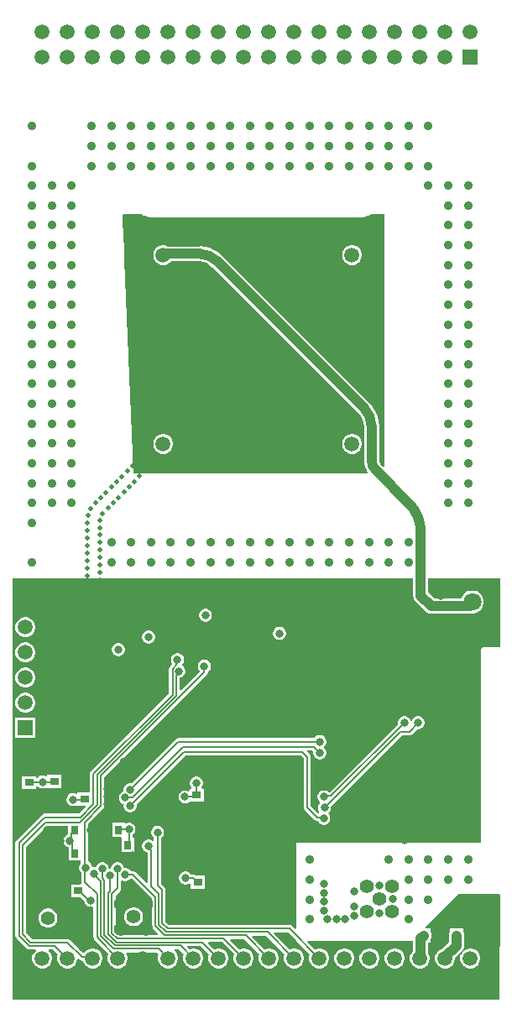
<source format=gbl>
G04*
G04 #@! TF.GenerationSoftware,Altium Limited,Altium Designer,22.4.2 (48)*
G04*
G04 Layer_Physical_Order=4*
G04 Layer_Color=16711680*
%FSLAX25Y25*%
%MOIN*%
G70*
G04*
G04 #@! TF.SameCoordinates,EE9FD93B-DFF2-4F26-82DF-D5074B5D0FFF*
G04*
G04*
G04 #@! TF.FilePolarity,Positive*
G04*
G01*
G75*
%ADD20R,0.03543X0.03150*%
%ADD22R,0.03150X0.03543*%
%ADD65C,0.01575*%
%ADD66C,0.00799*%
%ADD70C,0.05512*%
%ADD71C,0.07677*%
%ADD72C,0.05906*%
%ADD73R,0.05906X0.05906*%
%ADD74C,0.05878*%
%ADD75R,0.05906X0.05906*%
%ADD76C,0.03543*%
%ADD77C,0.01968*%
%ADD78C,0.03150*%
%ADD79C,0.07087*%
%ADD80C,0.03937*%
G36*
X149000Y51388D02*
X148538Y51196D01*
X148229Y51506D01*
X147885Y51849D01*
X147592Y52228D01*
X147400Y52478D01*
X147096Y53212D01*
X146993Y53994D01*
X146994Y54000D01*
Y67358D01*
X147009D01*
X146848Y69393D01*
X146372Y71378D01*
X145591Y73264D01*
X144524Y75004D01*
X143199Y76556D01*
X143188Y76546D01*
X84818Y134917D01*
X84828Y134927D01*
X83276Y136252D01*
X81535Y137319D01*
X79649Y138100D01*
X77665Y138577D01*
X75630Y138737D01*
Y138723D01*
X63112D01*
X62772Y138919D01*
X61771Y139187D01*
X60733D01*
X59732Y138919D01*
X58833Y138400D01*
X58100Y137667D01*
X57581Y136768D01*
X57313Y135767D01*
Y134729D01*
X57581Y133728D01*
X58100Y132829D01*
X58833Y132096D01*
X59732Y131578D01*
X60733Y131309D01*
X61771D01*
X62772Y131578D01*
X63671Y132096D01*
X64309Y132734D01*
X75630D01*
X75670Y132740D01*
X76998Y132609D01*
X78314Y132210D01*
X79527Y131561D01*
X80558Y130715D01*
X80583Y130682D01*
X138954Y72312D01*
X138987Y72287D01*
X139833Y71255D01*
X140481Y70043D01*
X140881Y68726D01*
X141011Y67399D01*
X141006Y67358D01*
Y54000D01*
X140988D01*
X141162Y52235D01*
X141677Y50538D01*
X142499Y49000D01*
X142423Y48726D01*
X142316Y48500D01*
X49500D01*
X45781Y133616D01*
Y138341D01*
X45767Y138416D01*
X45774Y138491D01*
X45658Y139671D01*
X45636Y139744D01*
Y139820D01*
X45475Y140628D01*
X45016Y151139D01*
X45362Y151500D01*
X52471D01*
X52499Y151481D01*
X53595Y151027D01*
X53670Y151012D01*
X53737Y150976D01*
X53952Y150911D01*
X54045Y150872D01*
X54209Y150833D01*
X54871Y150632D01*
X54947Y150625D01*
X55017Y150596D01*
X56071Y150386D01*
X56122Y150374D01*
X56140Y150372D01*
X56180Y150364D01*
X56242D01*
X56261Y150363D01*
X56329Y150342D01*
X57509Y150226D01*
X57585Y150233D01*
X57659Y150219D01*
X58092D01*
X58252Y150206D01*
Y150219D01*
X138252D01*
Y150206D01*
X138412Y150219D01*
X138845D01*
X138919Y150233D01*
X138995Y150226D01*
X140175Y150342D01*
X140243Y150363D01*
X140262Y150364D01*
X140324D01*
X140364Y150372D01*
X140382Y150374D01*
X140433Y150386D01*
X141487Y150596D01*
X141557Y150625D01*
X141632Y150632D01*
X142295Y150833D01*
X142459Y150872D01*
X142552Y150911D01*
X142767Y150976D01*
X142834Y151012D01*
X142909Y151027D01*
X144004Y151481D01*
X144033Y151500D01*
X149000D01*
Y51388D01*
D02*
G37*
G36*
X195073Y-20471D02*
X189000D01*
X188415Y-20587D01*
X187919Y-20919D01*
X187587Y-21415D01*
X187471Y-22000D01*
Y-52000D01*
Y-83000D01*
Y-98000D01*
X114500D01*
X114000Y-97500D01*
Y-132230D01*
X113538Y-132422D01*
X112365Y-131249D01*
X111902Y-130939D01*
X111356Y-130831D01*
X111356Y-130831D01*
X63591D01*
X62181Y-129421D01*
Y-116754D01*
X62181Y-116754D01*
X62072Y-116208D01*
X61763Y-115745D01*
X61763Y-115745D01*
X60427Y-114409D01*
Y-96149D01*
X60581Y-96060D01*
X61060Y-95581D01*
X61399Y-94994D01*
X61575Y-94339D01*
Y-93661D01*
X61399Y-93006D01*
X61060Y-92419D01*
X60581Y-91940D01*
X59994Y-91601D01*
X59339Y-91425D01*
X58661D01*
X58006Y-91601D01*
X57419Y-91940D01*
X56940Y-92419D01*
X56601Y-93006D01*
X56425Y-93661D01*
Y-94339D01*
X56601Y-94994D01*
X56940Y-95581D01*
X57419Y-96060D01*
X57573Y-96149D01*
Y-97224D01*
X57081Y-97440D01*
X56494Y-97101D01*
X55839Y-96925D01*
X55161D01*
X54506Y-97101D01*
X53919Y-97440D01*
X53440Y-97919D01*
X53101Y-98506D01*
X52925Y-99161D01*
Y-99839D01*
X53101Y-100494D01*
X53440Y-101081D01*
X53919Y-101560D01*
X54506Y-101899D01*
X55073Y-102051D01*
Y-113902D01*
X54611Y-114093D01*
X50261Y-109743D01*
X49798Y-109434D01*
X49252Y-109325D01*
X49252Y-109325D01*
X48397D01*
X48308Y-109171D01*
X47829Y-108692D01*
X47242Y-108353D01*
X46587Y-108177D01*
X45909D01*
X45588Y-107746D01*
X45498Y-107408D01*
X45159Y-106821D01*
X44679Y-106341D01*
X44092Y-106002D01*
X43437Y-105827D01*
X42759D01*
X42105Y-106002D01*
X41517Y-106341D01*
X41038Y-106821D01*
X40699Y-107408D01*
X40559Y-107929D01*
X40288Y-108374D01*
X39610D01*
X39575Y-108347D01*
Y-108161D01*
X39399Y-107506D01*
X39060Y-106919D01*
X38581Y-106440D01*
X37994Y-106101D01*
X37339Y-105925D01*
X36661D01*
X36006Y-106101D01*
X35419Y-106440D01*
X34940Y-106919D01*
X34601Y-107506D01*
X34492Y-107911D01*
X33989Y-107776D01*
X33311D01*
X33246Y-107793D01*
X33075Y-107661D01*
X32899Y-107006D01*
X32560Y-106419D01*
X32081Y-105940D01*
X31494Y-105601D01*
X31453Y-105590D01*
Y-90566D01*
X37509Y-84509D01*
X37509Y-84509D01*
X37818Y-84046D01*
X37927Y-83500D01*
X37927Y-83500D01*
Y-72091D01*
X78552Y-31466D01*
X78552Y-31466D01*
X78862Y-31003D01*
X78970Y-30457D01*
X78970Y-30457D01*
Y-30106D01*
X79124Y-30017D01*
X79604Y-29538D01*
X79943Y-28951D01*
X80118Y-28296D01*
Y-27618D01*
X79943Y-26963D01*
X79604Y-26376D01*
X79124Y-25896D01*
X78537Y-25557D01*
X77882Y-25382D01*
X77204D01*
X76550Y-25557D01*
X75962Y-25896D01*
X75483Y-26376D01*
X75144Y-26963D01*
X74968Y-27618D01*
Y-28296D01*
X75144Y-28951D01*
X75483Y-29538D01*
X75610Y-29665D01*
X75611Y-30371D01*
X68389Y-37593D01*
X67927Y-37402D01*
Y-32551D01*
X68494Y-32399D01*
X69081Y-32060D01*
X69560Y-31581D01*
X69899Y-30994D01*
X70075Y-30339D01*
Y-29661D01*
X69899Y-29006D01*
X69560Y-28419D01*
X69081Y-27940D01*
X68842Y-27802D01*
X68760Y-27177D01*
X68958Y-26979D01*
X69297Y-26392D01*
X69472Y-25737D01*
Y-25059D01*
X69297Y-24404D01*
X68958Y-23817D01*
X68479Y-23337D01*
X67892Y-22998D01*
X67237Y-22823D01*
X66559D01*
X65904Y-22998D01*
X65317Y-23337D01*
X64837Y-23817D01*
X64498Y-24404D01*
X64323Y-25059D01*
Y-25737D01*
X64498Y-26392D01*
X64837Y-26979D01*
X64921Y-27062D01*
X64016Y-27966D01*
X63707Y-28429D01*
X63599Y-28975D01*
X63599Y-28975D01*
Y-38709D01*
X32491Y-69816D01*
X32182Y-70279D01*
X32073Y-70825D01*
X32073Y-70825D01*
Y-78154D01*
X27228D01*
Y-78447D01*
X26728Y-78736D01*
X26494Y-78601D01*
X25839Y-78425D01*
X25161D01*
X24506Y-78601D01*
X23919Y-78940D01*
X23440Y-79419D01*
X23101Y-80006D01*
X22925Y-80661D01*
Y-81339D01*
X23101Y-81994D01*
X23440Y-82581D01*
X23919Y-83060D01*
X24506Y-83399D01*
X25161Y-83575D01*
X25839D01*
X26494Y-83399D01*
X26728Y-83264D01*
X27228Y-83303D01*
X27228Y-83303D01*
X27228Y-83303D01*
X30351D01*
X30542Y-83765D01*
X27734Y-86573D01*
X13968D01*
X13968Y-86573D01*
X13422Y-86682D01*
X12959Y-86991D01*
X12959Y-86991D01*
X2991Y-96959D01*
X2682Y-97422D01*
X2573Y-97968D01*
X2573Y-97968D01*
Y-135000D01*
X2573Y-135000D01*
X2682Y-135546D01*
X2991Y-136009D01*
X7042Y-140060D01*
X7042Y-140060D01*
X7505Y-140369D01*
X8051Y-140478D01*
X10600D01*
X10688Y-140978D01*
X10014Y-141652D01*
X9494Y-142553D01*
X9224Y-143558D01*
Y-144599D01*
X9494Y-145604D01*
X10014Y-146506D01*
X10750Y-147242D01*
X11652Y-147762D01*
X12657Y-148031D01*
X13698D01*
X14703Y-147762D01*
X15604Y-147242D01*
X16340Y-146506D01*
X16861Y-145604D01*
X17130Y-144599D01*
Y-143558D01*
X16861Y-142553D01*
X16340Y-141652D01*
X15666Y-140978D01*
X15754Y-140478D01*
X17558D01*
X19545Y-142465D01*
X19494Y-142553D01*
X19224Y-143558D01*
Y-144599D01*
X19494Y-145604D01*
X20014Y-146506D01*
X20750Y-147242D01*
X21652Y-147762D01*
X22657Y-148031D01*
X23698D01*
X24703Y-147762D01*
X25604Y-147242D01*
X26340Y-146506D01*
X26861Y-145604D01*
X27130Y-144599D01*
Y-144301D01*
X27592Y-144110D01*
X28016Y-144535D01*
X28016Y-144535D01*
X28479Y-144844D01*
X29026Y-144953D01*
X29026Y-144953D01*
X29319D01*
X29494Y-145604D01*
X30014Y-146506D01*
X30750Y-147242D01*
X31651Y-147762D01*
X32657Y-148031D01*
X33698D01*
X34703Y-147762D01*
X35604Y-147242D01*
X36340Y-146506D01*
X36861Y-145604D01*
X37130Y-144599D01*
Y-143558D01*
X36861Y-142553D01*
X36340Y-141652D01*
X35604Y-140916D01*
X34703Y-140395D01*
X33698Y-140126D01*
X32657D01*
X31651Y-140395D01*
X30750Y-140916D01*
X30014Y-141652D01*
X29964Y-141739D01*
X29339Y-141821D01*
X24261Y-136743D01*
X23798Y-136433D01*
X23252Y-136325D01*
X23252Y-136325D01*
X9180D01*
X6726Y-133871D01*
Y-99793D01*
X15092Y-91427D01*
X23461D01*
Y-94077D01*
X23433Y-94215D01*
X23433Y-94215D01*
Y-94839D01*
X23207Y-94900D01*
X22620Y-95239D01*
X22140Y-95718D01*
X21801Y-96305D01*
X21626Y-96960D01*
Y-97638D01*
X21801Y-98293D01*
X22140Y-98880D01*
X22620Y-99360D01*
X23207Y-99699D01*
X23626Y-99811D01*
Y-101325D01*
X23626Y-101325D01*
X23654Y-101463D01*
Y-105272D01*
X28599D01*
Y-106260D01*
X28440Y-106419D01*
X28101Y-107006D01*
X27925Y-107661D01*
Y-108339D01*
X28101Y-108994D01*
X28440Y-109581D01*
X28744Y-109886D01*
Y-113671D01*
X28744Y-113671D01*
X28849Y-114197D01*
X28851Y-114220D01*
X28572Y-114697D01*
X24728D01*
Y-119846D01*
X28253D01*
X29966Y-121559D01*
X29966Y-121559D01*
X29988Y-121574D01*
X30101Y-121994D01*
X30440Y-122581D01*
X30919Y-123060D01*
X31506Y-123399D01*
X32161Y-123575D01*
X32839D01*
X33047Y-123519D01*
X33547Y-123903D01*
Y-135494D01*
X33547Y-135494D01*
X33656Y-136040D01*
X33918Y-136432D01*
X33981Y-136747D01*
X34290Y-137210D01*
X39545Y-142465D01*
X39494Y-142553D01*
X39224Y-143558D01*
Y-144599D01*
X39494Y-145604D01*
X40014Y-146506D01*
X40750Y-147242D01*
X41651Y-147762D01*
X42657Y-148031D01*
X43698D01*
X44703Y-147762D01*
X45604Y-147242D01*
X46340Y-146506D01*
X46861Y-145604D01*
X47130Y-144599D01*
Y-143558D01*
X46861Y-142553D01*
X46591Y-142086D01*
X46841Y-141653D01*
X58734D01*
X59545Y-142465D01*
X59494Y-142553D01*
X59224Y-143558D01*
Y-144599D01*
X59494Y-145604D01*
X60014Y-146506D01*
X60750Y-147242D01*
X61651Y-147762D01*
X62657Y-148031D01*
X63698D01*
X64703Y-147762D01*
X65604Y-147242D01*
X66340Y-146506D01*
X66861Y-145604D01*
X67130Y-144599D01*
Y-143558D01*
X66861Y-142553D01*
X66340Y-141652D01*
X65604Y-140916D01*
X65498Y-140854D01*
X65632Y-140354D01*
X67435D01*
X69545Y-142465D01*
X69494Y-142553D01*
X69224Y-143558D01*
Y-144599D01*
X69494Y-145604D01*
X70014Y-146506D01*
X70750Y-147242D01*
X71652Y-147762D01*
X72657Y-148031D01*
X73698D01*
X74703Y-147762D01*
X75604Y-147242D01*
X76340Y-146506D01*
X76861Y-145604D01*
X77130Y-144599D01*
Y-143558D01*
X76861Y-142553D01*
X76340Y-141652D01*
X75604Y-140916D01*
X74703Y-140395D01*
X73698Y-140126D01*
X72657D01*
X71652Y-140395D01*
X71563Y-140446D01*
X70634Y-139517D01*
X70825Y-139055D01*
X76135D01*
X79545Y-142465D01*
X79494Y-142553D01*
X79224Y-143558D01*
Y-144599D01*
X79494Y-145604D01*
X80014Y-146506D01*
X80750Y-147242D01*
X81652Y-147762D01*
X82657Y-148031D01*
X83698D01*
X84703Y-147762D01*
X85604Y-147242D01*
X86340Y-146506D01*
X86861Y-145604D01*
X87130Y-144599D01*
Y-143558D01*
X86861Y-142553D01*
X86340Y-141652D01*
X85604Y-140916D01*
X84703Y-140395D01*
X83698Y-140126D01*
X82657D01*
X81652Y-140395D01*
X81563Y-140446D01*
X79161Y-138045D01*
X79352Y-137583D01*
X84663D01*
X89545Y-142465D01*
X89494Y-142553D01*
X89224Y-143558D01*
Y-144599D01*
X89494Y-145604D01*
X90014Y-146506D01*
X90750Y-147242D01*
X91651Y-147762D01*
X92657Y-148031D01*
X93698D01*
X94703Y-147762D01*
X95604Y-147242D01*
X96340Y-146506D01*
X96861Y-145604D01*
X97130Y-144599D01*
Y-143558D01*
X96861Y-142553D01*
X96340Y-141652D01*
X95604Y-140916D01*
X94703Y-140395D01*
X93698Y-140126D01*
X92657D01*
X91651Y-140395D01*
X91563Y-140446D01*
X87862Y-136745D01*
X88053Y-136283D01*
X93364D01*
X99545Y-142465D01*
X99494Y-142553D01*
X99224Y-143558D01*
Y-144599D01*
X99494Y-145604D01*
X100014Y-146506D01*
X100750Y-147242D01*
X101652Y-147762D01*
X102657Y-148031D01*
X103698D01*
X104703Y-147762D01*
X105604Y-147242D01*
X106340Y-146506D01*
X106860Y-145604D01*
X107130Y-144599D01*
Y-143558D01*
X106860Y-142553D01*
X106340Y-141652D01*
X105604Y-140916D01*
X104703Y-140395D01*
X103698Y-140126D01*
X102657D01*
X101652Y-140395D01*
X101563Y-140446D01*
X96563Y-135446D01*
X96754Y-134984D01*
X102064D01*
X109545Y-142465D01*
X109494Y-142553D01*
X109224Y-143558D01*
Y-144599D01*
X109494Y-145604D01*
X110014Y-146506D01*
X110750Y-147242D01*
X111652Y-147762D01*
X112657Y-148031D01*
X113698D01*
X114703Y-147762D01*
X115604Y-147242D01*
X116340Y-146506D01*
X116860Y-145604D01*
X117130Y-144599D01*
Y-143558D01*
X116860Y-142553D01*
X116340Y-141652D01*
X115604Y-140916D01*
X114703Y-140395D01*
X113698Y-140126D01*
X112657D01*
X111652Y-140395D01*
X111563Y-140446D01*
X105263Y-134147D01*
X105455Y-133685D01*
X110765D01*
X114000Y-136920D01*
Y-137000D01*
X114080D01*
X119545Y-142465D01*
X119494Y-142553D01*
X119224Y-143558D01*
Y-144599D01*
X119494Y-145604D01*
X120014Y-146506D01*
X120750Y-147242D01*
X121651Y-147762D01*
X122657Y-148031D01*
X123698D01*
X124703Y-147762D01*
X125604Y-147242D01*
X126340Y-146506D01*
X126860Y-145604D01*
X127130Y-144599D01*
Y-143558D01*
X126860Y-142553D01*
X126340Y-141652D01*
X125604Y-140916D01*
X124703Y-140395D01*
X123698Y-140126D01*
X122657D01*
X121651Y-140395D01*
X121563Y-140446D01*
X118579Y-137462D01*
X118770Y-137000D01*
X160000D01*
X160098Y-136902D01*
X160560Y-137094D01*
Y-141106D01*
X160014Y-141652D01*
X159494Y-142553D01*
X159224Y-143558D01*
Y-144599D01*
X159494Y-145604D01*
X160014Y-146506D01*
X160750Y-147242D01*
X161652Y-147762D01*
X162657Y-148031D01*
X163698D01*
X164703Y-147762D01*
X165604Y-147242D01*
X166340Y-146506D01*
X166860Y-145604D01*
X167130Y-144599D01*
Y-143558D01*
X166860Y-142553D01*
X166548Y-142012D01*
Y-137772D01*
X167347D01*
Y-136521D01*
X167365Y-136497D01*
X167664Y-135775D01*
X167766Y-135000D01*
X167664Y-134225D01*
X167365Y-133503D01*
X167347Y-133479D01*
Y-132228D01*
X165837D01*
X165547Y-132108D01*
X165529Y-132106D01*
X165368Y-131632D01*
X178500Y-118500D01*
X194612D01*
X194965Y-118854D01*
X194925Y-160423D01*
X1281D01*
Y-79252D01*
Y7000D01*
X160506D01*
Y0D01*
X160608Y-775D01*
X160907Y-1497D01*
X161383Y-2117D01*
X165635Y-6369D01*
X166255Y-6845D01*
X166977Y-7144D01*
X167752Y-7246D01*
X183252D01*
X184027Y-7144D01*
X184270Y-7043D01*
X184598D01*
X185754Y-6734D01*
X186790Y-6135D01*
X187636Y-5290D01*
X188234Y-4254D01*
X188543Y-3098D01*
Y-1902D01*
X188234Y-746D01*
X187636Y290D01*
X186790Y1135D01*
X185754Y1734D01*
X184598Y2043D01*
X183402D01*
X182246Y1734D01*
X181210Y1135D01*
X180365Y290D01*
X179766Y-746D01*
X179629Y-1258D01*
X168992D01*
X166494Y1240D01*
Y7000D01*
X195073D01*
Y-20471D01*
D02*
G37*
G36*
X48840Y-112358D02*
X56729Y-120247D01*
Y-131156D01*
X56729Y-131156D01*
X56837Y-131702D01*
X57147Y-132165D01*
X59248Y-134267D01*
X59057Y-134729D01*
X43577D01*
X42272Y-133423D01*
Y-119117D01*
X44107Y-117281D01*
X44107Y-117281D01*
X44417Y-116818D01*
X44526Y-116272D01*
X44525Y-116272D01*
Y-113308D01*
X45025Y-113019D01*
X45254Y-113151D01*
X45909Y-113327D01*
X46587D01*
X47242Y-113151D01*
X47829Y-112812D01*
X48308Y-112333D01*
X48840Y-112358D01*
D02*
G37*
%LPC*%
G36*
X136771Y139187D02*
X135733D01*
X134732Y138919D01*
X133833Y138400D01*
X133100Y137667D01*
X132581Y136768D01*
X132313Y135767D01*
Y134729D01*
X132581Y133728D01*
X133100Y132829D01*
X133833Y132096D01*
X134732Y131578D01*
X135733Y131309D01*
X136771D01*
X137772Y131578D01*
X138671Y132096D01*
X139404Y132829D01*
X139922Y133728D01*
X140191Y134729D01*
Y135767D01*
X139922Y136768D01*
X139404Y137667D01*
X138671Y138400D01*
X137772Y138919D01*
X136771Y139187D01*
D02*
G37*
G36*
Y64187D02*
X135733D01*
X134732Y63919D01*
X133833Y63400D01*
X133100Y62667D01*
X132581Y61768D01*
X132313Y60767D01*
Y59729D01*
X132581Y58728D01*
X133100Y57829D01*
X133833Y57096D01*
X134732Y56577D01*
X135733Y56309D01*
X136771D01*
X137772Y56577D01*
X138671Y57096D01*
X139404Y57829D01*
X139922Y58728D01*
X140191Y59729D01*
Y60767D01*
X139922Y61768D01*
X139404Y62667D01*
X138671Y63400D01*
X137772Y63919D01*
X136771Y64187D01*
D02*
G37*
G36*
X61771D02*
X60733D01*
X59732Y63919D01*
X58833Y63400D01*
X58100Y62667D01*
X57581Y61768D01*
X57313Y60767D01*
Y59729D01*
X57581Y58728D01*
X58100Y57829D01*
X58833Y57096D01*
X59732Y56577D01*
X60733Y56309D01*
X61771D01*
X62772Y56577D01*
X63671Y57096D01*
X64404Y57829D01*
X64922Y58728D01*
X65191Y59729D01*
Y60767D01*
X64922Y61768D01*
X64404Y62667D01*
X63671Y63400D01*
X62772Y63919D01*
X61771Y64187D01*
D02*
G37*
G36*
X78339Y-5175D02*
X77661D01*
X77006Y-5351D01*
X76419Y-5690D01*
X75940Y-6169D01*
X75601Y-6756D01*
X75425Y-7411D01*
Y-8089D01*
X75601Y-8744D01*
X75940Y-9331D01*
X76419Y-9810D01*
X77006Y-10149D01*
X77661Y-10325D01*
X78339D01*
X78994Y-10149D01*
X79581Y-9810D01*
X80060Y-9331D01*
X80399Y-8744D01*
X80575Y-8089D01*
Y-7411D01*
X80399Y-6756D01*
X80060Y-6169D01*
X79581Y-5690D01*
X78994Y-5351D01*
X78339Y-5175D01*
D02*
G37*
G36*
X7020Y-8547D02*
X5980D01*
X4974Y-8817D01*
X4073Y-9337D01*
X3337Y-10073D01*
X2817Y-10974D01*
X2547Y-11980D01*
Y-13020D01*
X2817Y-14026D01*
X3337Y-14927D01*
X4073Y-15663D01*
X4974Y-16183D01*
X5980Y-16453D01*
X7020D01*
X8026Y-16183D01*
X8927Y-15663D01*
X9663Y-14927D01*
X10183Y-14026D01*
X10453Y-13020D01*
Y-11980D01*
X10183Y-10974D01*
X9663Y-10073D01*
X8927Y-9337D01*
X8026Y-8817D01*
X7020Y-8547D01*
D02*
G37*
G36*
X107839Y-12425D02*
X107161D01*
X106506Y-12601D01*
X105919Y-12940D01*
X105440Y-13419D01*
X105101Y-14006D01*
X104925Y-14661D01*
Y-15339D01*
X105101Y-15994D01*
X105440Y-16581D01*
X105919Y-17060D01*
X106506Y-17399D01*
X107161Y-17575D01*
X107839D01*
X108494Y-17399D01*
X109081Y-17060D01*
X109560Y-16581D01*
X109899Y-15994D01*
X110075Y-15339D01*
Y-14661D01*
X109899Y-14006D01*
X109560Y-13419D01*
X109081Y-12940D01*
X108494Y-12601D01*
X107839Y-12425D01*
D02*
G37*
G36*
X55839Y-13925D02*
X55161D01*
X54506Y-14101D01*
X53919Y-14440D01*
X53440Y-14919D01*
X53101Y-15506D01*
X52925Y-16161D01*
Y-16839D01*
X53101Y-17494D01*
X53440Y-18081D01*
X53919Y-18560D01*
X54506Y-18899D01*
X55161Y-19075D01*
X55839D01*
X56494Y-18899D01*
X57081Y-18560D01*
X57560Y-18081D01*
X57899Y-17494D01*
X58075Y-16839D01*
Y-16161D01*
X57899Y-15506D01*
X57560Y-14919D01*
X57081Y-14440D01*
X56494Y-14101D01*
X55839Y-13925D01*
D02*
G37*
G36*
X43839Y-18925D02*
X43161D01*
X42506Y-19101D01*
X41919Y-19440D01*
X41440Y-19919D01*
X41101Y-20506D01*
X40925Y-21161D01*
Y-21839D01*
X41101Y-22494D01*
X41440Y-23081D01*
X41919Y-23560D01*
X42506Y-23899D01*
X43161Y-24075D01*
X43839D01*
X44494Y-23899D01*
X45081Y-23560D01*
X45560Y-23081D01*
X45899Y-22494D01*
X46075Y-21839D01*
Y-21161D01*
X45899Y-20506D01*
X45560Y-19919D01*
X45081Y-19440D01*
X44494Y-19101D01*
X43839Y-18925D01*
D02*
G37*
G36*
X7020Y-18547D02*
X5980D01*
X4974Y-18817D01*
X4073Y-19337D01*
X3337Y-20073D01*
X2817Y-20974D01*
X2547Y-21980D01*
Y-23020D01*
X2817Y-24026D01*
X3337Y-24927D01*
X4073Y-25663D01*
X4974Y-26183D01*
X5980Y-26453D01*
X7020D01*
X8026Y-26183D01*
X8927Y-25663D01*
X9663Y-24927D01*
X10183Y-24026D01*
X10453Y-23020D01*
Y-21980D01*
X10183Y-20974D01*
X9663Y-20073D01*
X8927Y-19337D01*
X8026Y-18817D01*
X7020Y-18547D01*
D02*
G37*
G36*
Y-28547D02*
X5980D01*
X4974Y-28817D01*
X4073Y-29337D01*
X3337Y-30073D01*
X2817Y-30974D01*
X2547Y-31980D01*
Y-33020D01*
X2817Y-34026D01*
X3337Y-34927D01*
X4073Y-35663D01*
X4974Y-36183D01*
X5980Y-36453D01*
X7020D01*
X8026Y-36183D01*
X8927Y-35663D01*
X9663Y-34927D01*
X10183Y-34026D01*
X10453Y-33020D01*
Y-31980D01*
X10183Y-30974D01*
X9663Y-30073D01*
X8927Y-29337D01*
X8026Y-28817D01*
X7020Y-28547D01*
D02*
G37*
G36*
Y-38547D02*
X5980D01*
X4974Y-38817D01*
X4073Y-39337D01*
X3337Y-40073D01*
X2817Y-40974D01*
X2547Y-41980D01*
Y-43020D01*
X2817Y-44026D01*
X3337Y-44927D01*
X4073Y-45663D01*
X4974Y-46183D01*
X5980Y-46453D01*
X7020D01*
X8026Y-46183D01*
X8927Y-45663D01*
X9663Y-44927D01*
X10183Y-44026D01*
X10453Y-43020D01*
Y-41980D01*
X10183Y-40974D01*
X9663Y-40073D01*
X8927Y-39337D01*
X8026Y-38817D01*
X7020Y-38547D01*
D02*
G37*
G36*
X162839Y-47925D02*
X162161D01*
X161506Y-48101D01*
X160919Y-48440D01*
X160440Y-48919D01*
X160101Y-49506D01*
X160009Y-49849D01*
X159491D01*
X159399Y-49506D01*
X159060Y-48919D01*
X158581Y-48440D01*
X157994Y-48101D01*
X157339Y-47925D01*
X156661D01*
X156006Y-48101D01*
X155419Y-48440D01*
X154940Y-48919D01*
X154601Y-49506D01*
X154425Y-50161D01*
Y-50839D01*
X154471Y-51011D01*
X127305Y-78177D01*
X127063D01*
X126703Y-77818D01*
X126116Y-77479D01*
X125461Y-77303D01*
X124783D01*
X124128Y-77479D01*
X123541Y-77818D01*
X123062Y-78297D01*
X122723Y-78884D01*
X122547Y-79539D01*
Y-80217D01*
X122723Y-80872D01*
X123062Y-81459D01*
X123399Y-81796D01*
X123538Y-81953D01*
X123416Y-82443D01*
X123231Y-82628D01*
X122892Y-83215D01*
X122716Y-83870D01*
Y-84548D01*
X122892Y-85202D01*
X123231Y-85790D01*
X123074Y-86292D01*
X123000Y-86363D01*
X122854Y-86336D01*
X119927Y-83409D01*
Y-64000D01*
X119927Y-64000D01*
X119818Y-63454D01*
X119509Y-62991D01*
X119509Y-62991D01*
X118407Y-61889D01*
X118598Y-61427D01*
X120409D01*
X120971Y-61989D01*
X120925Y-62161D01*
Y-62839D01*
X121101Y-63494D01*
X121440Y-64081D01*
X121919Y-64560D01*
X122506Y-64899D01*
X123161Y-65075D01*
X123839D01*
X124494Y-64899D01*
X125081Y-64560D01*
X125560Y-64081D01*
X125899Y-63494D01*
X126075Y-62839D01*
Y-62161D01*
X125899Y-61506D01*
X125560Y-60919D01*
X125206Y-60565D01*
X125128Y-60250D01*
X125206Y-59935D01*
X125560Y-59581D01*
X125899Y-58994D01*
X126075Y-58339D01*
Y-57661D01*
X125899Y-57006D01*
X125560Y-56419D01*
X125081Y-55940D01*
X124494Y-55601D01*
X123839Y-55425D01*
X123161D01*
X122506Y-55601D01*
X121919Y-55940D01*
X121440Y-56419D01*
X121351Y-56573D01*
X67189D01*
X67189Y-56573D01*
X66643Y-56682D01*
X66180Y-56991D01*
X66180Y-56991D01*
X48605Y-74566D01*
X48434Y-74520D01*
X47756D01*
X47101Y-74695D01*
X46514Y-75034D01*
X46034Y-75513D01*
X45695Y-76101D01*
X45520Y-76755D01*
Y-77434D01*
X45605Y-77750D01*
X45250Y-77845D01*
X44663Y-78184D01*
X44184Y-78663D01*
X43845Y-79250D01*
X43669Y-79905D01*
Y-80583D01*
X43845Y-81238D01*
X44184Y-81825D01*
X44663Y-82304D01*
X45250Y-82643D01*
X45616Y-82741D01*
X45531Y-83055D01*
Y-83733D01*
X45707Y-84387D01*
X46046Y-84975D01*
X46525Y-85454D01*
X47113Y-85793D01*
X47767Y-85969D01*
X48445D01*
X49100Y-85793D01*
X49687Y-85454D01*
X50167Y-84975D01*
X50506Y-84387D01*
X50681Y-83733D01*
Y-83055D01*
X50635Y-82883D01*
X70091Y-63427D01*
X115909D01*
X117073Y-64591D01*
Y-84000D01*
X117073Y-84000D01*
X117182Y-84546D01*
X117491Y-85009D01*
X121541Y-89059D01*
X121541Y-89059D01*
X122004Y-89369D01*
X122550Y-89477D01*
X122550Y-89477D01*
X122596D01*
X122601Y-89494D01*
X122940Y-90081D01*
X123419Y-90560D01*
X124006Y-90899D01*
X124661Y-91075D01*
X125339D01*
X125994Y-90899D01*
X126581Y-90560D01*
X127060Y-90081D01*
X127399Y-89494D01*
X127575Y-88839D01*
Y-88161D01*
X127399Y-87506D01*
X127060Y-86919D01*
X126945Y-86804D01*
X126872Y-86269D01*
X126963Y-86178D01*
X127352Y-85790D01*
X127691Y-85202D01*
X127866Y-84548D01*
Y-83870D01*
X127820Y-83698D01*
X156091Y-55427D01*
X159000D01*
X159000Y-55427D01*
X159546Y-55318D01*
X160009Y-55009D01*
X161989Y-53029D01*
X162161Y-53075D01*
X162839D01*
X163494Y-52899D01*
X164081Y-52560D01*
X164560Y-52081D01*
X164899Y-51494D01*
X165075Y-50839D01*
Y-50161D01*
X164899Y-49506D01*
X164560Y-48919D01*
X164081Y-48440D01*
X163494Y-48101D01*
X162839Y-47925D01*
D02*
G37*
G36*
X10453Y-48547D02*
X2547D01*
Y-56453D01*
X10453D01*
Y-48547D01*
D02*
G37*
G36*
X20772Y-71197D02*
X15228D01*
Y-71424D01*
X14728Y-71713D01*
X14439Y-71546D01*
X13784Y-71370D01*
X13106D01*
X12451Y-71546D01*
X11864Y-71885D01*
X11384Y-72364D01*
X11272Y-72559D01*
X10772Y-72425D01*
Y-71697D01*
X5228D01*
Y-76846D01*
X10772D01*
Y-75699D01*
X11557D01*
X11864Y-76005D01*
X12451Y-76344D01*
X13106Y-76520D01*
X13784D01*
X14439Y-76344D01*
X14728Y-76177D01*
X15228Y-76346D01*
Y-76346D01*
X20772D01*
Y-71197D01*
D02*
G37*
G36*
X74839Y-71925D02*
X74161D01*
X73506Y-72101D01*
X72919Y-72440D01*
X72440Y-72919D01*
X72101Y-73506D01*
X71925Y-74161D01*
Y-74839D01*
X72101Y-75494D01*
X72440Y-76081D01*
X72556Y-76197D01*
X72348Y-76697D01*
X71728D01*
Y-77410D01*
X71228Y-77684D01*
X70872Y-77479D01*
X70217Y-77303D01*
X69539D01*
X68884Y-77479D01*
X68297Y-77818D01*
X67818Y-78297D01*
X67479Y-78884D01*
X67303Y-79539D01*
Y-80217D01*
X67479Y-80872D01*
X67818Y-81459D01*
X68297Y-81938D01*
X68884Y-82277D01*
X69539Y-82453D01*
X70217D01*
X70872Y-82277D01*
X71292Y-82034D01*
X71728Y-81846D01*
X71728Y-81846D01*
X71728Y-81846D01*
X77272D01*
Y-76697D01*
X76652D01*
X76445Y-76197D01*
X76560Y-76081D01*
X76899Y-75494D01*
X77075Y-74839D01*
Y-74161D01*
X76899Y-73506D01*
X76560Y-72919D01*
X76081Y-72440D01*
X75494Y-72101D01*
X74839Y-71925D01*
D02*
G37*
G36*
X46110Y-90268D02*
Y-90268D01*
X40961D01*
Y-95811D01*
X44454D01*
X44654Y-96228D01*
Y-101772D01*
X49803D01*
Y-96228D01*
X49084D01*
Y-94992D01*
X49238Y-94903D01*
X49718Y-94424D01*
X50057Y-93836D01*
X50232Y-93182D01*
Y-92503D01*
X50057Y-91849D01*
X49718Y-91262D01*
X49238Y-90782D01*
X48651Y-90443D01*
X47997Y-90268D01*
X47319D01*
X46664Y-90443D01*
X46539Y-90515D01*
X46110Y-90268D01*
D02*
G37*
G36*
X70500Y-109587D02*
X69822D01*
X69168Y-109762D01*
X68580Y-110101D01*
X68101Y-110580D01*
X67762Y-111168D01*
X67587Y-111822D01*
Y-112500D01*
X67762Y-113155D01*
X68101Y-113742D01*
X68580Y-114222D01*
X69168Y-114561D01*
X69822Y-114736D01*
X70500D01*
X71155Y-114561D01*
X71742Y-114222D01*
X72228Y-114443D01*
Y-116347D01*
X77772D01*
Y-111197D01*
X74247D01*
X74202Y-111152D01*
X73739Y-110843D01*
X73193Y-110734D01*
X73193Y-110734D01*
X72311D01*
X72222Y-110580D01*
X71742Y-110101D01*
X71155Y-109762D01*
X70500Y-109587D01*
D02*
G37*
G36*
X15994Y-124244D02*
X15006D01*
X14050Y-124500D01*
X13194Y-124995D01*
X12494Y-125694D01*
X12000Y-126550D01*
X11744Y-127506D01*
Y-128495D01*
X12000Y-129450D01*
X12494Y-130306D01*
X13194Y-131006D01*
X14050Y-131500D01*
X15006Y-131756D01*
X15994D01*
X16950Y-131500D01*
X17806Y-131006D01*
X18506Y-130306D01*
X19000Y-129450D01*
X19256Y-128495D01*
Y-127506D01*
X19000Y-126550D01*
X18506Y-125694D01*
X17806Y-124995D01*
X16950Y-124500D01*
X15994Y-124244D01*
D02*
G37*
G36*
X183698Y-140126D02*
X182657D01*
X181651Y-140395D01*
X180750Y-140916D01*
X180014Y-141652D01*
X179494Y-142553D01*
X179224Y-143558D01*
Y-144599D01*
X179494Y-145604D01*
X180014Y-146506D01*
X180750Y-147242D01*
X181651Y-147762D01*
X182657Y-148031D01*
X183698D01*
X184703Y-147762D01*
X185604Y-147242D01*
X186340Y-146506D01*
X186861Y-145604D01*
X187130Y-144599D01*
Y-143558D01*
X186861Y-142553D01*
X186340Y-141652D01*
X185604Y-140916D01*
X184703Y-140395D01*
X183698Y-140126D01*
D02*
G37*
G36*
X177772Y-132006D02*
X176997Y-132108D01*
X176706Y-132228D01*
X175197D01*
Y-133479D01*
X175179Y-133503D01*
X174880Y-134225D01*
X174777Y-135000D01*
Y-137711D01*
X172255Y-140234D01*
X171651Y-140395D01*
X170750Y-140916D01*
X170014Y-141652D01*
X169494Y-142553D01*
X169224Y-143558D01*
Y-144599D01*
X169494Y-145604D01*
X170014Y-146506D01*
X170750Y-147242D01*
X171651Y-147762D01*
X172657Y-148031D01*
X173698D01*
X174703Y-147762D01*
X175604Y-147242D01*
X176340Y-146506D01*
X176860Y-145604D01*
X177130Y-144599D01*
Y-143828D01*
X179889Y-141069D01*
X180365Y-140449D01*
X180664Y-139726D01*
X180766Y-138952D01*
Y-135000D01*
X180664Y-134225D01*
X180365Y-133503D01*
X180347Y-133479D01*
Y-132228D01*
X178837D01*
X178547Y-132108D01*
X177772Y-132006D01*
D02*
G37*
G36*
X153698Y-140126D02*
X152657D01*
X151652Y-140395D01*
X150750Y-140916D01*
X150014Y-141652D01*
X149494Y-142553D01*
X149224Y-143558D01*
Y-144599D01*
X149494Y-145604D01*
X150014Y-146506D01*
X150750Y-147242D01*
X151652Y-147762D01*
X152657Y-148031D01*
X153698D01*
X154703Y-147762D01*
X155604Y-147242D01*
X156340Y-146506D01*
X156860Y-145604D01*
X157130Y-144599D01*
Y-143558D01*
X156860Y-142553D01*
X156340Y-141652D01*
X155604Y-140916D01*
X154703Y-140395D01*
X153698Y-140126D01*
D02*
G37*
G36*
X143698D02*
X142657D01*
X141651Y-140395D01*
X140750Y-140916D01*
X140014Y-141652D01*
X139494Y-142553D01*
X139224Y-143558D01*
Y-144599D01*
X139494Y-145604D01*
X140014Y-146506D01*
X140750Y-147242D01*
X141651Y-147762D01*
X142657Y-148031D01*
X143698D01*
X144703Y-147762D01*
X145604Y-147242D01*
X146340Y-146506D01*
X146861Y-145604D01*
X147130Y-144599D01*
Y-143558D01*
X146861Y-142553D01*
X146340Y-141652D01*
X145604Y-140916D01*
X144703Y-140395D01*
X143698Y-140126D01*
D02*
G37*
G36*
X133698D02*
X132657D01*
X131651Y-140395D01*
X130750Y-140916D01*
X130014Y-141652D01*
X129494Y-142553D01*
X129224Y-143558D01*
Y-144599D01*
X129494Y-145604D01*
X130014Y-146506D01*
X130750Y-147242D01*
X131651Y-147762D01*
X132657Y-148031D01*
X133698D01*
X134703Y-147762D01*
X135604Y-147242D01*
X136340Y-146506D01*
X136861Y-145604D01*
X137130Y-144599D01*
Y-143558D01*
X136861Y-142553D01*
X136340Y-141652D01*
X135604Y-140916D01*
X134703Y-140395D01*
X133698Y-140126D01*
D02*
G37*
G36*
X49995Y-123744D02*
X49005D01*
X48050Y-124000D01*
X47194Y-124495D01*
X46494Y-125194D01*
X46000Y-126050D01*
X45744Y-127006D01*
Y-127995D01*
X46000Y-128950D01*
X46494Y-129806D01*
X47194Y-130506D01*
X48050Y-131000D01*
X49005Y-131256D01*
X49995D01*
X50950Y-131000D01*
X51806Y-130506D01*
X52505Y-129806D01*
X53000Y-128950D01*
X53256Y-127995D01*
Y-127006D01*
X53000Y-126050D01*
X52505Y-125194D01*
X51806Y-124495D01*
X50950Y-124000D01*
X49995Y-123744D01*
D02*
G37*
%LPD*%
D20*
X27461Y-123807D02*
D03*
X27500Y-117272D02*
D03*
X74961Y-120307D02*
D03*
X75000Y-113772D02*
D03*
X30039Y-74193D02*
D03*
X30000Y-80728D02*
D03*
X74461Y-85807D02*
D03*
X74500Y-79272D02*
D03*
X7961Y-80807D02*
D03*
X8000Y-74272D02*
D03*
X18000Y-73772D02*
D03*
X17961Y-80307D02*
D03*
X68461Y129193D02*
D03*
X68500Y135728D02*
D03*
X74461Y129193D02*
D03*
X74500Y135728D02*
D03*
D22*
X164772Y-135000D02*
D03*
X171307Y-135039D02*
D03*
X40693Y-98961D02*
D03*
X47228Y-99000D02*
D03*
X177772Y-135000D02*
D03*
X184307Y-135039D02*
D03*
X43535Y-93039D02*
D03*
X37000Y-93000D02*
D03*
X19693Y-102461D02*
D03*
X26228Y-102500D02*
D03*
X26035Y-93039D02*
D03*
X19500Y-93000D02*
D03*
D65*
X20500Y-97926D02*
Y-97500D01*
X19693Y-102461D02*
Y-98733D01*
X20500Y-97926D01*
X37787Y-95858D02*
Y-93787D01*
X37000Y-93000D02*
X37787Y-93787D01*
X40693Y-98961D02*
Y-98764D01*
X37787Y-95858D02*
X40693Y-98764D01*
X26476Y-124594D02*
X27264Y-123807D01*
X26004Y-126574D02*
X26476Y-126101D01*
X27264Y-123807D02*
X27461D01*
X26476Y-126101D02*
Y-124594D01*
X26004Y-127000D02*
Y-126574D01*
X74461Y-89039D02*
Y-85807D01*
X15000Y-93000D02*
X19500D01*
X32500D02*
X37000D01*
X30039Y-74193D02*
Y-70039D01*
X184307Y-135039D02*
X184699Y-134648D01*
Y-130801D01*
X185000Y-130500D01*
X171404Y-134943D02*
Y-131096D01*
X171307Y-135039D02*
X171404Y-134943D01*
Y-131096D02*
X171500Y-131000D01*
X70581Y-120565D02*
X74703D01*
X70323Y-120823D02*
X70581Y-120565D01*
X74703D02*
X74961Y-120307D01*
X7961Y-80807D02*
X8211Y-80557D01*
X17711D02*
X17961Y-80307D01*
D66*
X55500Y-100136D02*
X56500Y-101136D01*
Y-115341D02*
Y-101136D01*
Y-115341D02*
X59455Y-118295D01*
X55500Y-100136D02*
Y-99500D01*
X66500Y-31636D02*
X67500Y-30636D01*
X66500Y-39663D02*
Y-31636D01*
X67500Y-30636D02*
Y-30000D01*
X35000Y-71163D02*
X66500Y-39663D01*
X30026Y-89974D02*
X36500Y-83500D01*
Y-71500D02*
X77543Y-30457D01*
X36500Y-83500D02*
Y-71500D01*
X33500Y-82825D02*
Y-70825D01*
X35000Y-83163D02*
Y-71163D01*
X28325Y-88000D02*
X33500Y-82825D01*
Y-70825D02*
X65026Y-39300D01*
X28163Y-90000D02*
X35000Y-83163D01*
X13968Y-88000D02*
X28325D01*
X30026Y-106357D02*
X30050Y-106381D01*
Y-107550D02*
Y-106381D01*
Y-107550D02*
X30500Y-108000D01*
X30026Y-106357D02*
Y-89974D01*
X14501Y-90000D02*
X28163D01*
X25500Y-81000D02*
X29728D01*
X30000Y-80728D01*
X65026Y-39300D02*
Y-28975D01*
X66588Y-27412D01*
Y-25707D02*
X66898Y-25398D01*
X66588Y-27412D02*
Y-25707D01*
X77543Y-30457D02*
Y-27957D01*
X5299Y-99201D02*
X14501Y-90000D01*
X4000Y-97968D02*
X13968Y-88000D01*
X29026Y-143526D02*
X32624D01*
X33177Y-144079D01*
X23252Y-137752D02*
X29026Y-143526D01*
X8589Y-137752D02*
X23252D01*
X5299Y-134462D02*
X8589Y-137752D01*
X8051Y-139051D02*
X18149D01*
X4000Y-135000D02*
X8051Y-139051D01*
X18149D02*
X23177Y-144079D01*
X5299Y-134462D02*
Y-99201D01*
X4000Y-135000D02*
Y-97968D01*
X27697Y-117272D02*
X30975Y-120550D01*
X32050D02*
X32500Y-121000D01*
X27500Y-117272D02*
X27697D01*
X30975Y-120550D02*
X32050D01*
X35299Y-136201D02*
X43177Y-144079D01*
X30171Y-113671D02*
Y-108329D01*
Y-113671D02*
X34974Y-118474D01*
Y-135494D02*
Y-118474D01*
Y-135494D02*
X35299Y-135818D01*
Y-136201D02*
Y-135818D01*
X37000Y-112156D02*
Y-108500D01*
Y-112156D02*
X37799Y-112956D01*
X36500Y-135182D02*
Y-113494D01*
X37799Y-134644D02*
X42083Y-138927D01*
X33650Y-110643D02*
X36500Y-113494D01*
Y-135182D02*
X41545Y-140226D01*
X37799Y-134644D02*
Y-112956D01*
X43098Y-116272D02*
Y-108402D01*
X42986Y-136155D02*
X85254D01*
X42621Y-137628D02*
X76726D01*
X42083Y-138927D02*
X68026D01*
X39545Y-134552D02*
Y-117988D01*
X39949Y-117585D02*
Y-110949D01*
X40845Y-134014D02*
X42986Y-136155D01*
X40845Y-118526D02*
X43098Y-116272D01*
X39545Y-134552D02*
X42621Y-137628D01*
X39545Y-117988D02*
X39949Y-117585D01*
X40845Y-134014D02*
Y-118526D01*
X30171Y-108329D02*
X30500Y-108000D01*
X33650Y-110643D02*
Y-110350D01*
X74500Y-79272D02*
Y-74500D01*
X69878Y-79878D02*
X73894D01*
X74500Y-79272D01*
X70161Y-112161D02*
X73193D01*
X74803Y-113772D02*
X75000D01*
X73193Y-112161D02*
X74803Y-113772D01*
X47657Y-98571D02*
Y-92843D01*
X47228Y-99000D02*
X47657Y-98571D01*
X43535Y-93039D02*
X43732Y-92843D01*
X47657D01*
X25053Y-101325D02*
X26228Y-102500D01*
X25053Y-101325D02*
Y-98788D01*
X24201Y-97935D02*
X25053Y-98788D01*
X24201Y-97935D02*
Y-97299D01*
X24860Y-96004D02*
Y-94215D01*
X24201Y-97299D02*
Y-96663D01*
X24860Y-94215D02*
X26035Y-93039D01*
X24201Y-96663D02*
X24860Y-96004D01*
X8000Y-74272D02*
X17500D01*
X18000Y-73772D01*
X155500Y-54000D02*
X159000D01*
X162500Y-50500D01*
X125291Y-84209D02*
X155500Y-54000D01*
X127896Y-79604D02*
X157000Y-50500D01*
X125122Y-79878D02*
X125396Y-79604D01*
X127896D01*
X122550Y-88050D02*
X124550D01*
X125000Y-88500D01*
X118500Y-84000D02*
X122550Y-88050D01*
X118500Y-84000D02*
Y-64000D01*
X116500Y-62000D02*
X118500Y-64000D01*
X69500Y-62000D02*
X116500D01*
X121000Y-60000D02*
X123500Y-62500D01*
X69000Y-60000D02*
X121000D01*
X48106Y-83394D02*
X69500Y-62000D01*
X67189Y-58000D02*
X123500D01*
X49018Y-79982D02*
X69000Y-60000D01*
X48094Y-77095D02*
X67189Y-58000D01*
X46244Y-80244D02*
X46506Y-79982D01*
X49018D01*
X59000Y-115000D02*
X60754Y-116754D01*
X59000Y-115000D02*
Y-94000D01*
X60754Y-130012D02*
Y-116754D01*
X61856Y-134856D02*
X93955D01*
X59455Y-130617D02*
X62394Y-133557D01*
X58156Y-131156D02*
Y-119656D01*
Y-131156D02*
X61856Y-134856D01*
X62394Y-133557D02*
X102655D01*
X59455Y-130617D02*
Y-118295D01*
X60754Y-130012D02*
X63000Y-132258D01*
X111356D01*
X123177Y-144079D01*
X49252Y-110752D02*
X58156Y-119656D01*
X46248Y-110752D02*
X49252D01*
X102655Y-133557D02*
X113177Y-144079D01*
X93955Y-134856D02*
X103177Y-144079D01*
X41545Y-140226D02*
X59325D01*
X85254Y-136155D02*
X93177Y-144079D01*
X59325Y-140226D02*
X63177Y-144079D01*
X68026Y-138927D02*
X73177Y-144079D01*
X76726Y-137628D02*
X83177Y-144079D01*
D70*
X44500Y-132500D02*
D03*
Y-122500D02*
D03*
X54500D02*
D03*
Y-132500D02*
D03*
X49500Y-127500D02*
D03*
X20500Y-133000D02*
D03*
X10500D02*
D03*
Y-123000D02*
D03*
X20500D02*
D03*
X15500Y-128000D02*
D03*
X152000Y-125500D02*
D03*
X142000D02*
D03*
Y-115500D02*
D03*
X152000D02*
D03*
X147000Y-120500D02*
D03*
D71*
X182295Y-80492D02*
D03*
Y-54508D02*
D03*
D72*
X6500Y-2500D02*
D03*
Y-12500D02*
D03*
Y-22500D02*
D03*
Y-32500D02*
D03*
Y-42500D02*
D03*
X13177Y223874D02*
D03*
Y213874D02*
D03*
X23177Y223874D02*
D03*
Y213874D02*
D03*
X33177Y223874D02*
D03*
Y213874D02*
D03*
X43177Y223874D02*
D03*
Y213874D02*
D03*
X53177Y223874D02*
D03*
Y213874D02*
D03*
X63177Y223874D02*
D03*
Y213874D02*
D03*
X73177Y223874D02*
D03*
Y213874D02*
D03*
X83177Y223874D02*
D03*
Y213874D02*
D03*
X93177Y223874D02*
D03*
Y213874D02*
D03*
X103177Y223874D02*
D03*
Y213874D02*
D03*
X113177Y223874D02*
D03*
Y213874D02*
D03*
X123177Y223874D02*
D03*
Y213874D02*
D03*
X133177Y223874D02*
D03*
Y213874D02*
D03*
X143177Y223874D02*
D03*
Y213874D02*
D03*
X153177Y223874D02*
D03*
Y213874D02*
D03*
X163177Y223874D02*
D03*
Y213874D02*
D03*
X173177Y223874D02*
D03*
Y213874D02*
D03*
X183177Y223874D02*
D03*
X13177Y-144079D02*
D03*
Y-154079D02*
D03*
X23177Y-144079D02*
D03*
Y-154079D02*
D03*
X33177Y-144079D02*
D03*
Y-154079D02*
D03*
X43177Y-144079D02*
D03*
Y-154079D02*
D03*
X53177Y-144079D02*
D03*
Y-154079D02*
D03*
X63177Y-144079D02*
D03*
Y-154079D02*
D03*
X73177Y-144079D02*
D03*
Y-154079D02*
D03*
X83177Y-144079D02*
D03*
Y-154079D02*
D03*
X93177Y-144079D02*
D03*
Y-154079D02*
D03*
X103177Y-144079D02*
D03*
Y-154079D02*
D03*
X113177Y-144079D02*
D03*
Y-154079D02*
D03*
X123177Y-144079D02*
D03*
Y-154079D02*
D03*
X133177Y-144079D02*
D03*
Y-154079D02*
D03*
X143177Y-144079D02*
D03*
Y-154079D02*
D03*
X153177Y-144079D02*
D03*
Y-154079D02*
D03*
X163177Y-144079D02*
D03*
Y-154079D02*
D03*
X173177Y-144079D02*
D03*
Y-154079D02*
D03*
X183177Y-144079D02*
D03*
D73*
X6500Y-52500D02*
D03*
D74*
X61252Y60248D02*
D03*
X98752D02*
D03*
X136252D02*
D03*
Y135248D02*
D03*
X61252D02*
D03*
D75*
X183177Y213874D02*
D03*
Y-154079D02*
D03*
D76*
X182335Y162823D02*
D03*
Y154949D02*
D03*
Y147075D02*
D03*
Y139201D02*
D03*
Y131327D02*
D03*
Y123453D02*
D03*
Y115579D02*
D03*
Y107705D02*
D03*
Y99831D02*
D03*
Y91957D02*
D03*
Y84083D02*
D03*
Y76209D02*
D03*
Y68335D02*
D03*
Y60461D02*
D03*
Y52587D02*
D03*
Y44713D02*
D03*
Y36839D02*
D03*
Y-89146D02*
D03*
Y-104894D02*
D03*
Y-112768D02*
D03*
Y-120642D02*
D03*
X174461Y162823D02*
D03*
Y154949D02*
D03*
Y147075D02*
D03*
Y139201D02*
D03*
Y131327D02*
D03*
Y123453D02*
D03*
Y115579D02*
D03*
Y107705D02*
D03*
Y99831D02*
D03*
Y91957D02*
D03*
Y84083D02*
D03*
Y76209D02*
D03*
Y68335D02*
D03*
Y60461D02*
D03*
Y52587D02*
D03*
Y44713D02*
D03*
Y36839D02*
D03*
Y-89146D02*
D03*
Y-104894D02*
D03*
Y-112768D02*
D03*
X166587Y186445D02*
D03*
Y170697D02*
D03*
Y162823D02*
D03*
Y-18279D02*
D03*
Y-57649D02*
D03*
Y-104894D02*
D03*
Y-112768D02*
D03*
Y-120642D02*
D03*
X158713Y186445D02*
D03*
Y178571D02*
D03*
Y170697D02*
D03*
Y21091D02*
D03*
Y13217D02*
D03*
Y-34027D02*
D03*
Y-57649D02*
D03*
Y-89146D02*
D03*
Y-104894D02*
D03*
Y-112768D02*
D03*
Y-120642D02*
D03*
Y-128516D02*
D03*
X150839Y186445D02*
D03*
Y178571D02*
D03*
Y170697D02*
D03*
Y21091D02*
D03*
Y13217D02*
D03*
Y-2531D02*
D03*
Y-10405D02*
D03*
Y-18279D02*
D03*
Y-49775D02*
D03*
Y-104894D02*
D03*
X142965Y186445D02*
D03*
Y178571D02*
D03*
Y170697D02*
D03*
Y139201D02*
D03*
Y21091D02*
D03*
Y13217D02*
D03*
Y-2531D02*
D03*
Y-10405D02*
D03*
Y-18279D02*
D03*
Y-26153D02*
D03*
Y-34027D02*
D03*
Y-41901D02*
D03*
Y-49775D02*
D03*
Y-57649D02*
D03*
X135091Y186445D02*
D03*
Y178571D02*
D03*
Y170697D02*
D03*
Y147075D02*
D03*
Y123453D02*
D03*
Y115579D02*
D03*
Y107705D02*
D03*
Y99831D02*
D03*
Y91957D02*
D03*
Y68335D02*
D03*
Y52587D02*
D03*
Y21091D02*
D03*
Y13217D02*
D03*
Y-2531D02*
D03*
Y-10405D02*
D03*
Y-18279D02*
D03*
Y-26153D02*
D03*
Y-34027D02*
D03*
Y-41901D02*
D03*
Y-49775D02*
D03*
X127217Y186445D02*
D03*
Y178571D02*
D03*
Y170697D02*
D03*
Y147075D02*
D03*
Y139201D02*
D03*
Y131327D02*
D03*
Y123453D02*
D03*
Y115579D02*
D03*
Y107705D02*
D03*
Y99831D02*
D03*
Y76209D02*
D03*
Y68335D02*
D03*
Y60461D02*
D03*
Y52587D02*
D03*
Y21091D02*
D03*
Y13217D02*
D03*
Y-2531D02*
D03*
Y-10405D02*
D03*
Y-34027D02*
D03*
Y-41901D02*
D03*
Y-49775D02*
D03*
X119343Y186445D02*
D03*
Y178571D02*
D03*
Y170697D02*
D03*
Y147075D02*
D03*
Y139201D02*
D03*
Y131327D02*
D03*
Y123453D02*
D03*
Y115579D02*
D03*
Y107705D02*
D03*
Y84083D02*
D03*
Y76209D02*
D03*
Y68335D02*
D03*
Y60461D02*
D03*
Y52587D02*
D03*
Y21091D02*
D03*
Y13217D02*
D03*
Y-2531D02*
D03*
Y-10405D02*
D03*
Y-41901D02*
D03*
Y-49775D02*
D03*
Y-104894D02*
D03*
Y-112768D02*
D03*
Y-120642D02*
D03*
Y-128516D02*
D03*
X111469Y186445D02*
D03*
Y178571D02*
D03*
Y170697D02*
D03*
Y147075D02*
D03*
Y139201D02*
D03*
Y131327D02*
D03*
Y123453D02*
D03*
Y115579D02*
D03*
Y91957D02*
D03*
Y84083D02*
D03*
Y76209D02*
D03*
Y68335D02*
D03*
Y60461D02*
D03*
Y52587D02*
D03*
Y21091D02*
D03*
Y13217D02*
D03*
Y-2531D02*
D03*
Y-41901D02*
D03*
Y-49775D02*
D03*
Y-65523D02*
D03*
Y-73398D02*
D03*
Y-81272D02*
D03*
Y-89146D02*
D03*
Y-97020D02*
D03*
Y-104894D02*
D03*
Y-112768D02*
D03*
Y-120642D02*
D03*
Y-128516D02*
D03*
X103595Y186445D02*
D03*
Y178571D02*
D03*
Y170697D02*
D03*
Y147075D02*
D03*
Y139201D02*
D03*
Y131327D02*
D03*
Y123453D02*
D03*
Y99831D02*
D03*
Y91957D02*
D03*
Y84083D02*
D03*
Y76209D02*
D03*
Y68335D02*
D03*
Y52587D02*
D03*
Y21091D02*
D03*
Y13217D02*
D03*
Y-2531D02*
D03*
Y-41901D02*
D03*
Y-49775D02*
D03*
Y-65523D02*
D03*
Y-73398D02*
D03*
Y-81272D02*
D03*
Y-89146D02*
D03*
Y-97020D02*
D03*
Y-104894D02*
D03*
Y-112768D02*
D03*
Y-120642D02*
D03*
Y-128516D02*
D03*
X95721Y186445D02*
D03*
Y178571D02*
D03*
Y170697D02*
D03*
Y147075D02*
D03*
Y139201D02*
D03*
Y131327D02*
D03*
Y107705D02*
D03*
Y99831D02*
D03*
Y91957D02*
D03*
Y84083D02*
D03*
Y76209D02*
D03*
Y68335D02*
D03*
Y52587D02*
D03*
Y21091D02*
D03*
Y13217D02*
D03*
Y-2531D02*
D03*
Y-10405D02*
D03*
Y-41901D02*
D03*
Y-49775D02*
D03*
Y-65523D02*
D03*
Y-73398D02*
D03*
Y-81272D02*
D03*
Y-89146D02*
D03*
Y-97020D02*
D03*
Y-104894D02*
D03*
Y-112768D02*
D03*
Y-120642D02*
D03*
Y-128516D02*
D03*
X87847Y186445D02*
D03*
Y178571D02*
D03*
Y170697D02*
D03*
Y147075D02*
D03*
Y139201D02*
D03*
Y115579D02*
D03*
Y107705D02*
D03*
Y99831D02*
D03*
Y91957D02*
D03*
Y84083D02*
D03*
Y76209D02*
D03*
Y68335D02*
D03*
Y60461D02*
D03*
Y52587D02*
D03*
Y21091D02*
D03*
Y13217D02*
D03*
Y-41901D02*
D03*
Y-49775D02*
D03*
Y-65523D02*
D03*
Y-73398D02*
D03*
Y-81272D02*
D03*
Y-89146D02*
D03*
Y-97020D02*
D03*
Y-104894D02*
D03*
Y-112768D02*
D03*
Y-120642D02*
D03*
Y-128516D02*
D03*
X79973Y186445D02*
D03*
Y178571D02*
D03*
Y170697D02*
D03*
Y147075D02*
D03*
Y123453D02*
D03*
Y115579D02*
D03*
Y107705D02*
D03*
Y99831D02*
D03*
Y91957D02*
D03*
Y84083D02*
D03*
Y76209D02*
D03*
Y68335D02*
D03*
Y60461D02*
D03*
Y52587D02*
D03*
Y21091D02*
D03*
Y13217D02*
D03*
Y-41901D02*
D03*
Y-49775D02*
D03*
Y-65523D02*
D03*
Y-73398D02*
D03*
Y-81272D02*
D03*
Y-89146D02*
D03*
Y-97020D02*
D03*
Y-104894D02*
D03*
Y-112768D02*
D03*
Y-120642D02*
D03*
Y-128516D02*
D03*
X72099Y186445D02*
D03*
Y178571D02*
D03*
Y170697D02*
D03*
Y147075D02*
D03*
Y123453D02*
D03*
Y115579D02*
D03*
Y107705D02*
D03*
Y99831D02*
D03*
Y91957D02*
D03*
Y84083D02*
D03*
Y76209D02*
D03*
Y68335D02*
D03*
Y60461D02*
D03*
Y52587D02*
D03*
Y21091D02*
D03*
Y13217D02*
D03*
Y-2531D02*
D03*
Y-10405D02*
D03*
Y-18279D02*
D03*
Y-26153D02*
D03*
Y-41901D02*
D03*
Y-49775D02*
D03*
Y-65523D02*
D03*
Y-97020D02*
D03*
X64224Y186445D02*
D03*
Y178571D02*
D03*
Y170697D02*
D03*
Y147075D02*
D03*
Y123453D02*
D03*
Y115579D02*
D03*
Y107705D02*
D03*
Y99831D02*
D03*
Y91957D02*
D03*
Y84083D02*
D03*
Y76209D02*
D03*
Y68335D02*
D03*
Y21091D02*
D03*
Y13217D02*
D03*
Y-49775D02*
D03*
X56350Y186445D02*
D03*
Y178571D02*
D03*
Y170697D02*
D03*
Y147075D02*
D03*
Y139201D02*
D03*
Y131327D02*
D03*
Y123453D02*
D03*
Y115579D02*
D03*
Y107705D02*
D03*
Y99831D02*
D03*
Y91957D02*
D03*
Y84083D02*
D03*
Y76209D02*
D03*
Y68335D02*
D03*
Y21091D02*
D03*
Y13217D02*
D03*
X48476Y186445D02*
D03*
Y178571D02*
D03*
Y170697D02*
D03*
Y139201D02*
D03*
Y131327D02*
D03*
Y123453D02*
D03*
Y115579D02*
D03*
Y21091D02*
D03*
Y13217D02*
D03*
X40602Y186445D02*
D03*
Y178571D02*
D03*
Y170697D02*
D03*
Y21091D02*
D03*
Y13217D02*
D03*
Y-2531D02*
D03*
Y-26153D02*
D03*
Y-34027D02*
D03*
X32728Y186445D02*
D03*
Y178571D02*
D03*
Y170697D02*
D03*
Y-49775D02*
D03*
Y-65523D02*
D03*
X24854Y162823D02*
D03*
Y154949D02*
D03*
Y147075D02*
D03*
Y139201D02*
D03*
Y131327D02*
D03*
Y123453D02*
D03*
Y115579D02*
D03*
Y107705D02*
D03*
Y99831D02*
D03*
Y91957D02*
D03*
Y84083D02*
D03*
Y76209D02*
D03*
Y68335D02*
D03*
Y60461D02*
D03*
Y52587D02*
D03*
Y44713D02*
D03*
Y36839D02*
D03*
Y-2531D02*
D03*
Y-10405D02*
D03*
Y-41901D02*
D03*
Y-49775D02*
D03*
Y-65523D02*
D03*
Y-73398D02*
D03*
X16980Y162823D02*
D03*
Y154949D02*
D03*
Y147075D02*
D03*
Y139201D02*
D03*
Y131327D02*
D03*
Y123453D02*
D03*
Y115579D02*
D03*
Y107705D02*
D03*
Y99831D02*
D03*
Y91957D02*
D03*
Y84083D02*
D03*
Y76209D02*
D03*
Y68335D02*
D03*
Y60461D02*
D03*
Y52587D02*
D03*
Y44713D02*
D03*
Y36839D02*
D03*
Y-2531D02*
D03*
Y-10405D02*
D03*
Y-18279D02*
D03*
X9106Y186445D02*
D03*
Y170697D02*
D03*
Y162823D02*
D03*
Y154949D02*
D03*
Y147075D02*
D03*
Y139201D02*
D03*
Y131327D02*
D03*
Y123453D02*
D03*
Y115579D02*
D03*
Y107705D02*
D03*
Y99831D02*
D03*
Y91957D02*
D03*
Y84083D02*
D03*
Y76209D02*
D03*
Y68335D02*
D03*
Y60461D02*
D03*
Y52587D02*
D03*
Y44713D02*
D03*
Y36839D02*
D03*
Y28965D02*
D03*
Y13217D02*
D03*
Y-104894D02*
D03*
Y-112768D02*
D03*
D77*
X57429Y63417D02*
D03*
X56303Y60670D02*
D03*
X55380Y57849D02*
D03*
X53281Y55750D02*
D03*
X51182Y53650D02*
D03*
X49083Y51552D02*
D03*
X46984Y49452D02*
D03*
X44884Y47353D02*
D03*
X42786Y45254D02*
D03*
X40686Y43155D02*
D03*
X38587Y41056D02*
D03*
X36488Y38957D02*
D03*
X34389Y36858D02*
D03*
X32555Y34524D02*
D03*
X31414Y31784D02*
D03*
X31044Y28838D02*
D03*
Y25870D02*
D03*
Y22901D02*
D03*
Y19933D02*
D03*
Y16964D02*
D03*
Y13996D02*
D03*
Y11027D02*
D03*
Y8059D02*
D03*
Y5090D02*
D03*
Y2122D02*
D03*
Y-847D02*
D03*
X31101Y-12514D02*
D03*
X34035Y-12964D02*
D03*
X35956Y-2632D02*
D03*
Y337D02*
D03*
Y3305D02*
D03*
Y6274D02*
D03*
Y9242D02*
D03*
Y12211D02*
D03*
Y15179D02*
D03*
Y18148D02*
D03*
Y21116D02*
D03*
Y24085D02*
D03*
Y27053D02*
D03*
X36036Y30020D02*
D03*
X37265Y32723D02*
D03*
X39331Y34854D02*
D03*
X41430Y36953D02*
D03*
X43529Y39052D02*
D03*
X45628Y41151D02*
D03*
X47727Y43250D02*
D03*
X49826Y45349D02*
D03*
X51925Y47449D02*
D03*
X54024Y49547D02*
D03*
X56123Y51647D02*
D03*
X58222Y53746D02*
D03*
X60745Y55310D02*
D03*
X63653Y55908D02*
D03*
X65711Y58047D02*
D03*
X66160Y60982D02*
D03*
X64865Y63653D02*
D03*
X62283Y65117D02*
D03*
X42533Y-69494D02*
D03*
X40434Y-71593D02*
D03*
X38651Y-73966D02*
D03*
X38544Y-76932D02*
D03*
Y-79901D02*
D03*
Y-82869D02*
D03*
Y-85838D02*
D03*
Y-88806D02*
D03*
X48984Y-102456D02*
D03*
X51083Y-104555D02*
D03*
X53700Y-105956D02*
D03*
X70066Y-104544D02*
D03*
X69997Y-101576D02*
D03*
X67545Y-99902D02*
D03*
X64577D02*
D03*
X61608D02*
D03*
X43456Y-88727D02*
D03*
Y-85758D02*
D03*
Y-82790D02*
D03*
Y-76853D02*
D03*
X44778Y-74195D02*
D03*
X46877Y-72096D02*
D03*
X112949Y-27444D02*
D03*
X115383Y-29144D02*
D03*
X99051Y-33044D02*
D03*
X96082D02*
D03*
X93114D02*
D03*
X90145D02*
D03*
X87177D02*
D03*
X84208D02*
D03*
X81240D02*
D03*
X78271D02*
D03*
X69366D02*
D03*
X61615Y-36413D02*
D03*
X59516Y-38511D02*
D03*
X57417Y-40611D02*
D03*
X57253Y-62275D02*
D03*
X57162Y-59308D02*
D03*
Y-56339D02*
D03*
X74607Y-37956D02*
D03*
X77575D02*
D03*
X80544D02*
D03*
X83512D02*
D03*
X86481D02*
D03*
X89449D02*
D03*
X92418D02*
D03*
X95386D02*
D03*
X98355D02*
D03*
X101323D02*
D03*
X104292D02*
D03*
X107260D02*
D03*
X110229D02*
D03*
X113194Y-37818D02*
D03*
X115511Y-35962D02*
D03*
X117610Y-33863D02*
D03*
X119709Y-31764D02*
D03*
X121392Y-29319D02*
D03*
X121577Y-26356D02*
D03*
X50633Y-26854D02*
D03*
X48723Y-29127D02*
D03*
X48544Y-32090D02*
D03*
Y-35058D02*
D03*
Y-38027D02*
D03*
Y-40995D02*
D03*
Y-43964D02*
D03*
X41054Y-53315D02*
D03*
X45257Y-65434D02*
D03*
X52787Y-61660D02*
D03*
X53456Y-43925D02*
D03*
Y-40957D02*
D03*
Y-37988D02*
D03*
Y-35020D02*
D03*
Y-32052D02*
D03*
X54948Y-29485D02*
D03*
X65983Y-21965D02*
D03*
X28272Y-14097D02*
D03*
X26556Y-16519D02*
D03*
Y-19487D02*
D03*
X27304Y-22360D02*
D03*
Y-25328D02*
D03*
Y-28297D02*
D03*
Y-31265D02*
D03*
Y-34234D02*
D03*
X28816Y-36788D02*
D03*
X30915Y-38888D02*
D03*
X33014Y-40987D02*
D03*
X35113Y-43086D02*
D03*
X37212Y-45185D02*
D03*
X39311Y-47284D02*
D03*
X41410Y-49383D02*
D03*
X43509Y-51482D02*
D03*
X48704Y-51969D02*
D03*
X48029Y-49078D02*
D03*
X45941Y-46968D02*
D03*
X43842Y-44869D02*
D03*
X41743Y-42770D02*
D03*
X39644Y-40671D02*
D03*
X37545Y-38572D02*
D03*
X35446Y-36473D02*
D03*
X33347Y-34374D02*
D03*
X32215Y-31629D02*
D03*
Y-28661D02*
D03*
Y-25692D02*
D03*
Y-22724D02*
D03*
X32964Y-19851D02*
D03*
Y-16883D02*
D03*
D78*
X137000Y-127000D02*
D03*
X133500Y-128500D02*
D03*
X130000D02*
D03*
X126500D02*
D03*
X125000Y-114500D02*
D03*
Y-118000D02*
D03*
Y-121500D02*
D03*
Y-125000D02*
D03*
X147000Y-126000D02*
D03*
X152500Y-120500D02*
D03*
X147000Y-115000D02*
D03*
X137000Y-123500D02*
D03*
Y-117500D02*
D03*
X25500Y-81000D02*
D03*
X66898Y-25398D02*
D03*
X67500Y-30000D02*
D03*
X77543Y-27957D02*
D03*
X26004Y-127000D02*
D03*
X32500Y-121000D02*
D03*
X78000Y-7750D02*
D03*
X43500Y-21500D02*
D03*
X55500Y-16500D02*
D03*
X107500Y-15000D02*
D03*
X74461Y-89039D02*
D03*
X74500Y-74500D02*
D03*
X15000Y-93000D02*
D03*
X32500D02*
D03*
X30039Y-70039D02*
D03*
X185000Y-130500D02*
D03*
X171500Y-131000D02*
D03*
X29000Y-139709D02*
D03*
X108000Y-24000D02*
D03*
X157000Y-97000D02*
D03*
X163039Y-89961D02*
D03*
X140539Y-87461D02*
D03*
X155480Y-76480D02*
D03*
X158500Y-69000D02*
D03*
X181000Y-39500D02*
D03*
X170039Y-15461D02*
D03*
X165961Y-9961D02*
D03*
X171461Y39D02*
D03*
X168000Y-44500D02*
D03*
X150000Y-30000D02*
D03*
X124500Y-28000D02*
D03*
X112539Y-30461D02*
D03*
X90500Y-30000D02*
D03*
X55500Y-21000D02*
D03*
X67500Y-4000D02*
D03*
X48500Y-4500D02*
D03*
X43461Y-7961D02*
D03*
X29760Y-3760D02*
D03*
X69878Y-79878D02*
D03*
X69791Y-84209D02*
D03*
X70346Y-125154D02*
D03*
X70323Y-120823D02*
D03*
X70161Y-112161D02*
D03*
X13256Y-80244D02*
D03*
X13445Y-73945D02*
D03*
X36912Y-62912D02*
D03*
X47657Y-92843D02*
D03*
X20500Y-97500D02*
D03*
X24201Y-97299D02*
D03*
X157000Y-50500D02*
D03*
X162500D02*
D03*
X125000Y-88500D02*
D03*
X125291Y-84209D02*
D03*
X125122Y-79878D02*
D03*
X123500Y-62500D02*
D03*
Y-58000D02*
D03*
X46244Y-80244D02*
D03*
X48106Y-83394D02*
D03*
X48094Y-77095D02*
D03*
X59000Y-94000D02*
D03*
X55500Y-99500D02*
D03*
X46248Y-110752D02*
D03*
X43098Y-108402D02*
D03*
X39949Y-110949D02*
D03*
X37000Y-108500D02*
D03*
X33650Y-110350D02*
D03*
X30500Y-108000D02*
D03*
D79*
X184000Y-2500D02*
D03*
D80*
X82701Y132799D02*
G03*
X75630Y135728I-7071J-7071D01*
G01*
X163500Y25464D02*
G03*
X158875Y36625I-15778J-0D01*
G01*
X144000Y67358D02*
G03*
X141071Y74429I-10000J0D01*
G01*
X144000Y54000D02*
G03*
X145768Y49732I6036J0D01*
G01*
X163500Y25464D02*
X163500Y25456D01*
X74500Y135728D02*
X75630D01*
X82701Y132799D02*
X141071Y74429D01*
X61252Y135728D02*
X68500D01*
X158869Y36631D02*
X158875Y36625D01*
X145768Y49732D02*
X158869Y36631D01*
X144000Y54000D02*
Y67358D01*
X167752Y-4252D02*
X183252D01*
X163500Y0D02*
X167752Y-4252D01*
X163554Y-136218D02*
X164772Y-135000D01*
X163554Y-143702D02*
Y-136218D01*
X163177Y-144079D02*
X163554Y-143702D01*
X173177Y-143546D02*
X177772Y-138952D01*
X173177Y-144079D02*
Y-143546D01*
X177772Y-138952D02*
Y-135000D01*
X163500Y0D02*
Y25456D01*
X68500Y135728D02*
X74500D01*
X61252Y135248D02*
Y135728D01*
M02*

</source>
